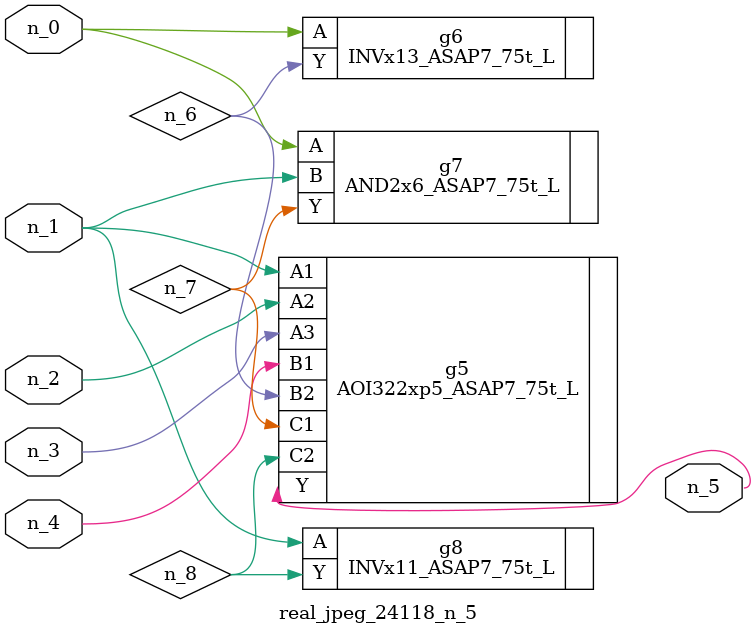
<source format=v>
module real_jpeg_24118_n_5 (n_4, n_0, n_1, n_2, n_3, n_5);

input n_4;
input n_0;
input n_1;
input n_2;
input n_3;

output n_5;

wire n_8;
wire n_6;
wire n_7;

INVx13_ASAP7_75t_L g6 ( 
.A(n_0),
.Y(n_6)
);

AND2x6_ASAP7_75t_L g7 ( 
.A(n_0),
.B(n_1),
.Y(n_7)
);

AOI322xp5_ASAP7_75t_L g5 ( 
.A1(n_1),
.A2(n_2),
.A3(n_3),
.B1(n_4),
.B2(n_6),
.C1(n_7),
.C2(n_8),
.Y(n_5)
);

INVx11_ASAP7_75t_L g8 ( 
.A(n_1),
.Y(n_8)
);


endmodule
</source>
